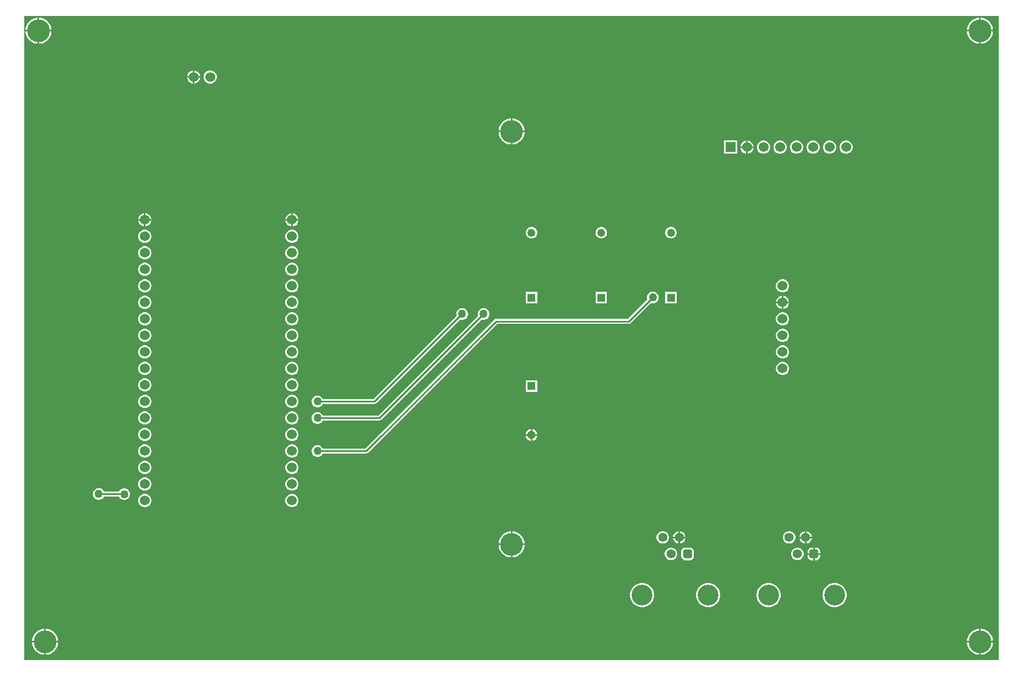
<source format=gbr>
%TF.GenerationSoftware,Altium Limited,Altium Designer,23.10.1 (27)*%
G04 Layer_Physical_Order=2*
G04 Layer_Color=16711680*
%FSLAX45Y45*%
%MOMM*%
%TF.SameCoordinates,F6A67EC3-CF4D-4AC4-9858-863E4A550454*%
%TF.FilePolarity,Positive*%
%TF.FileFunction,Copper,L2,Bot,Signal*%
%TF.Part,Single*%
G01*
G75*
%TA.AperFunction,Conductor*%
%ADD10C,0.25400*%
%TA.AperFunction,ViaPad*%
%ADD12C,3.50000*%
%TA.AperFunction,ComponentPad*%
%ADD13C,1.52400*%
G04:AMPARAMS|DCode=14|XSize=1.4mm|YSize=1.4mm|CornerRadius=0.35mm|HoleSize=0mm|Usage=FLASHONLY|Rotation=180.000|XOffset=0mm|YOffset=0mm|HoleType=Round|Shape=RoundedRectangle|*
%AMROUNDEDRECTD14*
21,1,1.40000,0.70000,0,0,180.0*
21,1,0.70000,1.40000,0,0,180.0*
1,1,0.70000,-0.35000,0.35000*
1,1,0.70000,0.35000,0.35000*
1,1,0.70000,0.35000,-0.35000*
1,1,0.70000,-0.35000,-0.35000*
%
%ADD14ROUNDEDRECTD14*%
%ADD15C,1.40000*%
%ADD16C,3.20000*%
%ADD17R,1.52400X1.52400*%
%ADD18C,1.25000*%
%ADD19R,1.25000X1.25000*%
%ADD20C,1.30000*%
%ADD21R,1.30000X1.30000*%
%TA.AperFunction,ViaPad*%
%ADD22C,1.27000*%
G36*
X15113000Y127000D02*
X127000D01*
Y10033000D01*
X15113000D01*
Y127000D01*
D02*
G37*
%LPC*%
G36*
X14840639Y10004800D02*
X14833600D01*
Y9817100D01*
X15021300D01*
Y9824138D01*
X15013599Y9862855D01*
X14998492Y9899325D01*
X14976561Y9932148D01*
X14948648Y9960061D01*
X14915825Y9981992D01*
X14879355Y9997099D01*
X14840639Y10004800D01*
D02*
G37*
G36*
X14808200D02*
X14801163D01*
X14762445Y9997099D01*
X14725975Y9981992D01*
X14693152Y9960061D01*
X14665239Y9932148D01*
X14643307Y9899325D01*
X14628201Y9862855D01*
X14620500Y9824138D01*
Y9817100D01*
X14808200D01*
Y10004800D01*
D02*
G37*
G36*
X362638D02*
X355600D01*
Y9817100D01*
X543300D01*
Y9824138D01*
X535599Y9862855D01*
X520492Y9899325D01*
X498561Y9932148D01*
X470648Y9960061D01*
X437825Y9981992D01*
X401355Y9997099D01*
X362638Y10004800D01*
D02*
G37*
G36*
X330200D02*
X323162D01*
X284445Y9997099D01*
X247975Y9981992D01*
X215152Y9960061D01*
X187239Y9932148D01*
X165308Y9899325D01*
X150201Y9862855D01*
X142500Y9824138D01*
Y9817100D01*
X330200D01*
Y10004800D01*
D02*
G37*
G36*
X15021300Y9791700D02*
X14833600D01*
Y9604000D01*
X14840639D01*
X14879355Y9611701D01*
X14915825Y9626808D01*
X14948648Y9648739D01*
X14976561Y9676652D01*
X14998492Y9709475D01*
X15013599Y9745945D01*
X15021300Y9784662D01*
Y9791700D01*
D02*
G37*
G36*
X14808200D02*
X14620500D01*
Y9784662D01*
X14628201Y9745945D01*
X14643307Y9709475D01*
X14665239Y9676652D01*
X14693152Y9648739D01*
X14725975Y9626808D01*
X14762445Y9611701D01*
X14801163Y9604000D01*
X14808200D01*
Y9791700D01*
D02*
G37*
G36*
X543300D02*
X355600D01*
Y9604000D01*
X362638D01*
X401355Y9611701D01*
X437825Y9626808D01*
X470648Y9648739D01*
X498561Y9676652D01*
X520492Y9709475D01*
X535599Y9745945D01*
X543300Y9784662D01*
Y9791700D01*
D02*
G37*
G36*
X330200D02*
X142500D01*
Y9784662D01*
X150201Y9745945D01*
X165308Y9709475D01*
X187239Y9676652D01*
X215152Y9648739D01*
X247975Y9626808D01*
X284445Y9611701D01*
X323162Y9604000D01*
X330200D01*
Y9791700D01*
D02*
G37*
G36*
X2743876Y9194800D02*
X2743200D01*
Y9105900D01*
X2832100D01*
Y9106576D01*
X2825176Y9132416D01*
X2811800Y9155584D01*
X2792884Y9174500D01*
X2769716Y9187876D01*
X2743876Y9194800D01*
D02*
G37*
G36*
X2717800D02*
X2717124D01*
X2691284Y9187876D01*
X2668116Y9174500D01*
X2649200Y9155584D01*
X2635824Y9132416D01*
X2628900Y9106576D01*
Y9105900D01*
X2717800D01*
Y9194800D01*
D02*
G37*
G36*
X2997876D02*
X2971124D01*
X2945284Y9187876D01*
X2922116Y9174500D01*
X2903200Y9155584D01*
X2889824Y9132416D01*
X2882900Y9106576D01*
Y9079824D01*
X2889824Y9053984D01*
X2903200Y9030816D01*
X2922116Y9011900D01*
X2945284Y8998524D01*
X2971124Y8991600D01*
X2997876D01*
X3023716Y8998524D01*
X3046884Y9011900D01*
X3065800Y9030816D01*
X3079176Y9053984D01*
X3086100Y9079824D01*
Y9106576D01*
X3079176Y9132416D01*
X3065800Y9155584D01*
X3046884Y9174500D01*
X3023716Y9187876D01*
X2997876Y9194800D01*
D02*
G37*
G36*
X2832100Y9080500D02*
X2743200D01*
Y8991600D01*
X2743876D01*
X2769716Y8998524D01*
X2792884Y9011900D01*
X2811800Y9030816D01*
X2825176Y9053984D01*
X2832100Y9079824D01*
Y9080500D01*
D02*
G37*
G36*
X2717800D02*
X2628900D01*
Y9079824D01*
X2635824Y9053984D01*
X2649200Y9030816D01*
X2668116Y9011900D01*
X2691284Y8998524D01*
X2717124Y8991600D01*
X2717800D01*
Y9080500D01*
D02*
G37*
G36*
X7639738Y8455400D02*
X7632700D01*
Y8267700D01*
X7820400D01*
Y8274738D01*
X7812699Y8313455D01*
X7797592Y8349925D01*
X7775661Y8382748D01*
X7747748Y8410661D01*
X7714925Y8432592D01*
X7678455Y8447699D01*
X7639738Y8455400D01*
D02*
G37*
G36*
X7607300D02*
X7600262D01*
X7561545Y8447699D01*
X7525075Y8432592D01*
X7492252Y8410661D01*
X7464339Y8382748D01*
X7442408Y8349925D01*
X7427301Y8313455D01*
X7419600Y8274738D01*
Y8267700D01*
X7607300D01*
Y8455400D01*
D02*
G37*
G36*
X7820400Y8242300D02*
X7632700D01*
Y8054600D01*
X7639738D01*
X7678455Y8062301D01*
X7714925Y8077408D01*
X7747748Y8099339D01*
X7775661Y8127252D01*
X7797592Y8160075D01*
X7812699Y8196545D01*
X7820400Y8235262D01*
Y8242300D01*
D02*
G37*
G36*
X7607300D02*
X7419600D01*
Y8235262D01*
X7427301Y8196545D01*
X7442408Y8160075D01*
X7464339Y8127252D01*
X7492252Y8099339D01*
X7525075Y8077408D01*
X7561545Y8062301D01*
X7600262Y8054600D01*
X7607300D01*
Y8242300D01*
D02*
G37*
G36*
X11252876Y8115300D02*
X11252200D01*
Y8026400D01*
X11341100D01*
Y8027076D01*
X11334176Y8052916D01*
X11320800Y8076084D01*
X11301884Y8095000D01*
X11278716Y8108376D01*
X11252876Y8115300D01*
D02*
G37*
G36*
X11226800D02*
X11226124D01*
X11200284Y8108376D01*
X11177116Y8095000D01*
X11158200Y8076084D01*
X11144824Y8052916D01*
X11137900Y8027076D01*
Y8026400D01*
X11226800D01*
Y8115300D01*
D02*
G37*
G36*
X12776876D02*
X12750124D01*
X12724284Y8108376D01*
X12701116Y8095000D01*
X12682200Y8076084D01*
X12668824Y8052916D01*
X12661900Y8027076D01*
Y8000324D01*
X12668824Y7974484D01*
X12682200Y7951316D01*
X12701116Y7932400D01*
X12724284Y7919024D01*
X12750124Y7912100D01*
X12776876D01*
X12802716Y7919024D01*
X12825883Y7932400D01*
X12844800Y7951316D01*
X12858176Y7974484D01*
X12865100Y8000324D01*
Y8027076D01*
X12858176Y8052916D01*
X12844800Y8076084D01*
X12825883Y8095000D01*
X12802716Y8108376D01*
X12776876Y8115300D01*
D02*
G37*
G36*
X12522876D02*
X12496124D01*
X12470284Y8108376D01*
X12447116Y8095000D01*
X12428200Y8076084D01*
X12414824Y8052916D01*
X12407900Y8027076D01*
Y8000324D01*
X12414824Y7974484D01*
X12428200Y7951316D01*
X12447116Y7932400D01*
X12470284Y7919024D01*
X12496124Y7912100D01*
X12522876D01*
X12548716Y7919024D01*
X12571884Y7932400D01*
X12590800Y7951316D01*
X12604176Y7974484D01*
X12611100Y8000324D01*
Y8027076D01*
X12604176Y8052916D01*
X12590800Y8076084D01*
X12571884Y8095000D01*
X12548716Y8108376D01*
X12522876Y8115300D01*
D02*
G37*
G36*
X12268876D02*
X12242124D01*
X12216284Y8108376D01*
X12193116Y8095000D01*
X12174200Y8076084D01*
X12160824Y8052916D01*
X12153900Y8027076D01*
Y8000324D01*
X12160824Y7974484D01*
X12174200Y7951316D01*
X12193116Y7932400D01*
X12216284Y7919024D01*
X12242124Y7912100D01*
X12268876D01*
X12294716Y7919024D01*
X12317884Y7932400D01*
X12336800Y7951316D01*
X12350176Y7974484D01*
X12357100Y8000324D01*
Y8027076D01*
X12350176Y8052916D01*
X12336800Y8076084D01*
X12317884Y8095000D01*
X12294716Y8108376D01*
X12268876Y8115300D01*
D02*
G37*
G36*
X12014876D02*
X11988124D01*
X11962284Y8108376D01*
X11939116Y8095000D01*
X11920200Y8076084D01*
X11906824Y8052916D01*
X11899900Y8027076D01*
Y8000324D01*
X11906824Y7974484D01*
X11920200Y7951316D01*
X11939116Y7932400D01*
X11962284Y7919024D01*
X11988124Y7912100D01*
X12014876D01*
X12040716Y7919024D01*
X12063884Y7932400D01*
X12082800Y7951316D01*
X12096176Y7974484D01*
X12103100Y8000324D01*
Y8027076D01*
X12096176Y8052916D01*
X12082800Y8076084D01*
X12063884Y8095000D01*
X12040716Y8108376D01*
X12014876Y8115300D01*
D02*
G37*
G36*
X11760876D02*
X11734124D01*
X11708284Y8108376D01*
X11685116Y8095000D01*
X11666200Y8076084D01*
X11652824Y8052916D01*
X11645900Y8027076D01*
Y8000324D01*
X11652824Y7974484D01*
X11666200Y7951316D01*
X11685116Y7932400D01*
X11708284Y7919024D01*
X11734124Y7912100D01*
X11760876D01*
X11786716Y7919024D01*
X11809884Y7932400D01*
X11828800Y7951316D01*
X11842176Y7974484D01*
X11849100Y8000324D01*
Y8027076D01*
X11842176Y8052916D01*
X11828800Y8076084D01*
X11809884Y8095000D01*
X11786716Y8108376D01*
X11760876Y8115300D01*
D02*
G37*
G36*
X11506876D02*
X11480124D01*
X11454284Y8108376D01*
X11431116Y8095000D01*
X11412200Y8076084D01*
X11398824Y8052916D01*
X11391900Y8027076D01*
Y8000324D01*
X11398824Y7974484D01*
X11412200Y7951316D01*
X11431116Y7932400D01*
X11454284Y7919024D01*
X11480124Y7912100D01*
X11506876D01*
X11532716Y7919024D01*
X11555884Y7932400D01*
X11574800Y7951316D01*
X11588176Y7974484D01*
X11595100Y8000324D01*
Y8027076D01*
X11588176Y8052916D01*
X11574800Y8076084D01*
X11555884Y8095000D01*
X11532716Y8108376D01*
X11506876Y8115300D01*
D02*
G37*
G36*
X11341100Y8001000D02*
X11252200D01*
Y7912100D01*
X11252876D01*
X11278716Y7919024D01*
X11301884Y7932400D01*
X11320800Y7951316D01*
X11334176Y7974484D01*
X11341100Y8000324D01*
Y8001000D01*
D02*
G37*
G36*
X11226800D02*
X11137900D01*
Y8000324D01*
X11144824Y7974484D01*
X11158200Y7951316D01*
X11177116Y7932400D01*
X11200284Y7919024D01*
X11226124Y7912100D01*
X11226800D01*
Y8001000D01*
D02*
G37*
G36*
X11087100Y8115300D02*
X10883900D01*
Y7912100D01*
X11087100D01*
Y8115300D01*
D02*
G37*
G36*
X4255176Y6997700D02*
X4254500D01*
Y6908800D01*
X4343400D01*
Y6909476D01*
X4336476Y6935316D01*
X4323100Y6958484D01*
X4304184Y6977400D01*
X4281016Y6990776D01*
X4255176Y6997700D01*
D02*
G37*
G36*
X1992036D02*
X1991360D01*
Y6908800D01*
X2080260D01*
Y6909476D01*
X2073336Y6935316D01*
X2059960Y6958484D01*
X2041044Y6977400D01*
X2017876Y6990776D01*
X1992036Y6997700D01*
D02*
G37*
G36*
X4229100D02*
X4228424D01*
X4202584Y6990776D01*
X4179416Y6977400D01*
X4160500Y6958484D01*
X4147124Y6935316D01*
X4140200Y6909476D01*
Y6908800D01*
X4229100D01*
Y6997700D01*
D02*
G37*
G36*
X1965960D02*
X1965284D01*
X1939444Y6990776D01*
X1916276Y6977400D01*
X1897360Y6958484D01*
X1883984Y6935316D01*
X1877060Y6909476D01*
Y6908800D01*
X1965960D01*
Y6997700D01*
D02*
G37*
G36*
X4343400Y6883400D02*
X4254500D01*
Y6794500D01*
X4255176D01*
X4281016Y6801424D01*
X4304184Y6814800D01*
X4323100Y6833716D01*
X4336476Y6856884D01*
X4343400Y6882724D01*
Y6883400D01*
D02*
G37*
G36*
X4229100D02*
X4140200D01*
Y6882724D01*
X4147124Y6856884D01*
X4160500Y6833716D01*
X4179416Y6814800D01*
X4202584Y6801424D01*
X4228424Y6794500D01*
X4229100D01*
Y6883400D01*
D02*
G37*
G36*
X2080260D02*
X1991360D01*
Y6794500D01*
X1992036D01*
X2017876Y6801424D01*
X2041044Y6814800D01*
X2059960Y6833716D01*
X2073336Y6856884D01*
X2080260Y6882724D01*
Y6883400D01*
D02*
G37*
G36*
X1965960D02*
X1877060D01*
Y6882724D01*
X1883984Y6856884D01*
X1897360Y6833716D01*
X1916276Y6814800D01*
X1939444Y6801424D01*
X1965284Y6794500D01*
X1965960D01*
Y6883400D01*
D02*
G37*
G36*
X10082672Y6785500D02*
X10059528D01*
X10037172Y6779510D01*
X10017128Y6767937D01*
X10000763Y6751572D01*
X9989190Y6731528D01*
X9983200Y6709172D01*
Y6686028D01*
X9989190Y6663672D01*
X10000763Y6643628D01*
X10017128Y6627263D01*
X10037172Y6615690D01*
X10059528Y6609700D01*
X10082672D01*
X10105028Y6615690D01*
X10125072Y6627263D01*
X10141437Y6643628D01*
X10153010Y6663672D01*
X10159000Y6686028D01*
Y6709172D01*
X10153010Y6731528D01*
X10141437Y6751572D01*
X10125072Y6767937D01*
X10105028Y6779510D01*
X10082672Y6785500D01*
D02*
G37*
G36*
X9009522D02*
X8986378D01*
X8964022Y6779510D01*
X8943978Y6767937D01*
X8927613Y6751572D01*
X8916040Y6731528D01*
X8910050Y6709172D01*
Y6686028D01*
X8916040Y6663672D01*
X8927613Y6643628D01*
X8943978Y6627263D01*
X8964022Y6615690D01*
X8986378Y6609700D01*
X9009522D01*
X9031878Y6615690D01*
X9051922Y6627263D01*
X9068287Y6643628D01*
X9079860Y6663672D01*
X9085850Y6686028D01*
Y6709172D01*
X9079860Y6731528D01*
X9068287Y6751572D01*
X9051922Y6767937D01*
X9031878Y6779510D01*
X9009522Y6785500D01*
D02*
G37*
G36*
X7936372D02*
X7913228D01*
X7890872Y6779510D01*
X7870828Y6767937D01*
X7854463Y6751572D01*
X7842890Y6731528D01*
X7836900Y6709172D01*
Y6686028D01*
X7842890Y6663672D01*
X7854463Y6643628D01*
X7870828Y6627263D01*
X7890872Y6615690D01*
X7913228Y6609700D01*
X7936372D01*
X7958728Y6615690D01*
X7978772Y6627263D01*
X7995137Y6643628D01*
X8006710Y6663672D01*
X8012700Y6686028D01*
Y6709172D01*
X8006710Y6731528D01*
X7995137Y6751572D01*
X7978772Y6767937D01*
X7958728Y6779510D01*
X7936372Y6785500D01*
D02*
G37*
G36*
X4255176Y6743700D02*
X4228424D01*
X4202584Y6736776D01*
X4179416Y6723400D01*
X4160500Y6704484D01*
X4147124Y6681316D01*
X4140200Y6655476D01*
Y6628724D01*
X4147124Y6602884D01*
X4160500Y6579716D01*
X4179416Y6560800D01*
X4202584Y6547424D01*
X4228424Y6540500D01*
X4255176D01*
X4281016Y6547424D01*
X4304184Y6560800D01*
X4323100Y6579716D01*
X4336476Y6602884D01*
X4343400Y6628724D01*
Y6655476D01*
X4336476Y6681316D01*
X4323100Y6704484D01*
X4304184Y6723400D01*
X4281016Y6736776D01*
X4255176Y6743700D01*
D02*
G37*
G36*
X1992036D02*
X1965284D01*
X1939444Y6736776D01*
X1916276Y6723400D01*
X1897360Y6704484D01*
X1883984Y6681316D01*
X1877060Y6655476D01*
Y6628724D01*
X1883984Y6602884D01*
X1897360Y6579716D01*
X1916276Y6560800D01*
X1939444Y6547424D01*
X1965284Y6540500D01*
X1992036D01*
X2017876Y6547424D01*
X2041044Y6560800D01*
X2059960Y6579716D01*
X2073336Y6602884D01*
X2080260Y6628724D01*
Y6655476D01*
X2073336Y6681316D01*
X2059960Y6704484D01*
X2041044Y6723400D01*
X2017876Y6736776D01*
X1992036Y6743700D01*
D02*
G37*
G36*
X4255176Y6489700D02*
X4228424D01*
X4202584Y6482776D01*
X4179416Y6469400D01*
X4160500Y6450484D01*
X4147124Y6427316D01*
X4140200Y6401476D01*
Y6374724D01*
X4147124Y6348884D01*
X4160500Y6325716D01*
X4179416Y6306800D01*
X4202584Y6293424D01*
X4228424Y6286500D01*
X4255176D01*
X4281016Y6293424D01*
X4304184Y6306800D01*
X4323100Y6325716D01*
X4336476Y6348884D01*
X4343400Y6374724D01*
Y6401476D01*
X4336476Y6427316D01*
X4323100Y6450484D01*
X4304184Y6469400D01*
X4281016Y6482776D01*
X4255176Y6489700D01*
D02*
G37*
G36*
X1992036D02*
X1965284D01*
X1939444Y6482776D01*
X1916276Y6469400D01*
X1897360Y6450484D01*
X1883984Y6427316D01*
X1877060Y6401476D01*
Y6374724D01*
X1883984Y6348884D01*
X1897360Y6325716D01*
X1916276Y6306800D01*
X1939444Y6293424D01*
X1965284Y6286500D01*
X1992036D01*
X2017876Y6293424D01*
X2041044Y6306800D01*
X2059960Y6325716D01*
X2073336Y6348884D01*
X2080260Y6374724D01*
Y6401476D01*
X2073336Y6427316D01*
X2059960Y6450484D01*
X2041044Y6469400D01*
X2017876Y6482776D01*
X1992036Y6489700D01*
D02*
G37*
G36*
X4255176Y6235700D02*
X4228424D01*
X4202584Y6228776D01*
X4179416Y6215400D01*
X4160500Y6196484D01*
X4147124Y6173316D01*
X4140200Y6147476D01*
Y6120724D01*
X4147124Y6094884D01*
X4160500Y6071716D01*
X4179416Y6052800D01*
X4202584Y6039424D01*
X4228424Y6032500D01*
X4255176D01*
X4281016Y6039424D01*
X4304184Y6052800D01*
X4323100Y6071716D01*
X4336476Y6094884D01*
X4343400Y6120724D01*
Y6147476D01*
X4336476Y6173316D01*
X4323100Y6196484D01*
X4304184Y6215400D01*
X4281016Y6228776D01*
X4255176Y6235700D01*
D02*
G37*
G36*
X1992036D02*
X1965284D01*
X1939444Y6228776D01*
X1916276Y6215400D01*
X1897360Y6196484D01*
X1883984Y6173316D01*
X1877060Y6147476D01*
Y6120724D01*
X1883984Y6094884D01*
X1897360Y6071716D01*
X1916276Y6052800D01*
X1939444Y6039424D01*
X1965284Y6032500D01*
X1992036D01*
X2017876Y6039424D01*
X2041044Y6052800D01*
X2059960Y6071716D01*
X2073336Y6094884D01*
X2080260Y6120724D01*
Y6147476D01*
X2073336Y6173316D01*
X2059960Y6196484D01*
X2041044Y6215400D01*
X2017876Y6228776D01*
X1992036Y6235700D01*
D02*
G37*
G36*
X11798976Y5981700D02*
X11772224D01*
X11746384Y5974776D01*
X11723216Y5961400D01*
X11704300Y5942484D01*
X11690924Y5919316D01*
X11684000Y5893476D01*
Y5866724D01*
X11690924Y5840884D01*
X11704300Y5817716D01*
X11723216Y5798800D01*
X11746384Y5785424D01*
X11772224Y5778500D01*
X11798976D01*
X11824816Y5785424D01*
X11847984Y5798800D01*
X11866900Y5817716D01*
X11880276Y5840884D01*
X11887200Y5866724D01*
Y5893476D01*
X11880276Y5919316D01*
X11866900Y5942484D01*
X11847984Y5961400D01*
X11824816Y5974776D01*
X11798976Y5981700D01*
D02*
G37*
G36*
X4255176D02*
X4228424D01*
X4202584Y5974776D01*
X4179416Y5961400D01*
X4160500Y5942484D01*
X4147124Y5919316D01*
X4140200Y5893476D01*
Y5866724D01*
X4147124Y5840884D01*
X4160500Y5817716D01*
X4179416Y5798800D01*
X4202584Y5785424D01*
X4228424Y5778500D01*
X4255176D01*
X4281016Y5785424D01*
X4304184Y5798800D01*
X4323100Y5817716D01*
X4336476Y5840884D01*
X4343400Y5866724D01*
Y5893476D01*
X4336476Y5919316D01*
X4323100Y5942484D01*
X4304184Y5961400D01*
X4281016Y5974776D01*
X4255176Y5981700D01*
D02*
G37*
G36*
X1992036D02*
X1965284D01*
X1939444Y5974776D01*
X1916276Y5961400D01*
X1897360Y5942484D01*
X1883984Y5919316D01*
X1877060Y5893476D01*
Y5866724D01*
X1883984Y5840884D01*
X1897360Y5817716D01*
X1916276Y5798800D01*
X1939444Y5785424D01*
X1965284Y5778500D01*
X1992036D01*
X2017876Y5785424D01*
X2041044Y5798800D01*
X2059960Y5817716D01*
X2073336Y5840884D01*
X2080260Y5866724D01*
Y5893476D01*
X2073336Y5919316D01*
X2059960Y5942484D01*
X2041044Y5961400D01*
X2017876Y5974776D01*
X1992036Y5981700D01*
D02*
G37*
G36*
X11798976Y5727700D02*
X11798300D01*
Y5638800D01*
X11887200D01*
Y5639476D01*
X11880276Y5665316D01*
X11866900Y5688484D01*
X11847984Y5707400D01*
X11824816Y5720776D01*
X11798976Y5727700D01*
D02*
G37*
G36*
X11772900D02*
X11772224D01*
X11746384Y5720776D01*
X11723216Y5707400D01*
X11704300Y5688484D01*
X11690924Y5665316D01*
X11684000Y5639476D01*
Y5638800D01*
X11772900D01*
Y5727700D01*
D02*
G37*
G36*
X9803404Y5791200D02*
X9779996D01*
X9757386Y5785142D01*
X9737114Y5773438D01*
X9720562Y5756886D01*
X9708858Y5736614D01*
X9702800Y5714004D01*
Y5690596D01*
X9707504Y5673041D01*
X9407309Y5372847D01*
X7378700D01*
X7366300Y5370380D01*
X7363834Y5369889D01*
X7351231Y5361469D01*
X5368709Y3378947D01*
X4715725D01*
X4706638Y3394686D01*
X4690086Y3411238D01*
X4669814Y3422942D01*
X4647204Y3429000D01*
X4623796D01*
X4601186Y3422942D01*
X4580914Y3411238D01*
X4564362Y3394686D01*
X4552658Y3374414D01*
X4546600Y3351804D01*
Y3328396D01*
X4552658Y3305786D01*
X4564362Y3285514D01*
X4580914Y3268962D01*
X4601186Y3257258D01*
X4623796Y3251200D01*
X4647204D01*
X4669814Y3257258D01*
X4690086Y3268962D01*
X4706638Y3285514D01*
X4715725Y3301253D01*
X5384800D01*
X5399666Y3304211D01*
X5412269Y3312631D01*
X7394791Y5295153D01*
X9423400D01*
X9438266Y5298111D01*
X9450869Y5306531D01*
X9762441Y5618104D01*
X9779996Y5613400D01*
X9803404D01*
X9826014Y5619458D01*
X9846286Y5631162D01*
X9862838Y5647714D01*
X9874542Y5667986D01*
X9880600Y5690596D01*
Y5714004D01*
X9874542Y5736614D01*
X9862838Y5756886D01*
X9846286Y5773438D01*
X9826014Y5785142D01*
X9803404Y5791200D01*
D02*
G37*
G36*
X10159000Y5785500D02*
X9983200D01*
Y5609700D01*
X10159000D01*
Y5785500D01*
D02*
G37*
G36*
X9085850D02*
X8910050D01*
Y5609700D01*
X9085850D01*
Y5785500D01*
D02*
G37*
G36*
X8012700D02*
X7836900D01*
Y5609700D01*
X8012700D01*
Y5785500D01*
D02*
G37*
G36*
X11887200Y5613400D02*
X11798300D01*
Y5524500D01*
X11798976D01*
X11824816Y5531424D01*
X11847984Y5544800D01*
X11866900Y5563716D01*
X11880276Y5586884D01*
X11887200Y5612724D01*
Y5613400D01*
D02*
G37*
G36*
X11772900D02*
X11684000D01*
Y5612724D01*
X11690924Y5586884D01*
X11704300Y5563716D01*
X11723216Y5544800D01*
X11746384Y5531424D01*
X11772224Y5524500D01*
X11772900D01*
Y5613400D01*
D02*
G37*
G36*
X4255176Y5727700D02*
X4228424D01*
X4202584Y5720776D01*
X4179416Y5707400D01*
X4160500Y5688484D01*
X4147124Y5665316D01*
X4140200Y5639476D01*
Y5612724D01*
X4147124Y5586884D01*
X4160500Y5563716D01*
X4179416Y5544800D01*
X4202584Y5531424D01*
X4228424Y5524500D01*
X4255176D01*
X4281016Y5531424D01*
X4304184Y5544800D01*
X4323100Y5563716D01*
X4336476Y5586884D01*
X4343400Y5612724D01*
Y5639476D01*
X4336476Y5665316D01*
X4323100Y5688484D01*
X4304184Y5707400D01*
X4281016Y5720776D01*
X4255176Y5727700D01*
D02*
G37*
G36*
X1992036D02*
X1965284D01*
X1939444Y5720776D01*
X1916276Y5707400D01*
X1897360Y5688484D01*
X1883984Y5665316D01*
X1877060Y5639476D01*
Y5612724D01*
X1883984Y5586884D01*
X1897360Y5563716D01*
X1916276Y5544800D01*
X1939444Y5531424D01*
X1965284Y5524500D01*
X1992036D01*
X2017876Y5531424D01*
X2041044Y5544800D01*
X2059960Y5563716D01*
X2073336Y5586884D01*
X2080260Y5612724D01*
Y5639476D01*
X2073336Y5665316D01*
X2059960Y5688484D01*
X2041044Y5707400D01*
X2017876Y5720776D01*
X1992036Y5727700D01*
D02*
G37*
G36*
X7199904Y5537200D02*
X7176496D01*
X7153886Y5531142D01*
X7133614Y5519438D01*
X7117062Y5502886D01*
X7105358Y5482614D01*
X7099300Y5460004D01*
Y5436596D01*
X7104004Y5419041D01*
X5571909Y3886947D01*
X4715725D01*
X4706638Y3902686D01*
X4690086Y3919238D01*
X4669814Y3930942D01*
X4647204Y3937000D01*
X4623796D01*
X4601186Y3930942D01*
X4580914Y3919238D01*
X4564362Y3902686D01*
X4552658Y3882414D01*
X4546600Y3859804D01*
Y3836396D01*
X4552658Y3813786D01*
X4564362Y3793514D01*
X4580914Y3776962D01*
X4601186Y3765258D01*
X4623796Y3759200D01*
X4647204D01*
X4669814Y3765258D01*
X4690086Y3776962D01*
X4706638Y3793514D01*
X4715725Y3809253D01*
X5588000D01*
X5602866Y3812211D01*
X5615469Y3820631D01*
X7158941Y5364104D01*
X7176496Y5359400D01*
X7199904D01*
X7222514Y5365458D01*
X7242786Y5377162D01*
X7259338Y5393714D01*
X7271042Y5413986D01*
X7277100Y5436596D01*
Y5460004D01*
X7271042Y5482614D01*
X7259338Y5502886D01*
X7242786Y5519438D01*
X7222514Y5531142D01*
X7199904Y5537200D01*
D02*
G37*
G36*
X6869704D02*
X6846296D01*
X6823686Y5531142D01*
X6803414Y5519438D01*
X6786862Y5502886D01*
X6775158Y5482614D01*
X6769100Y5460004D01*
Y5436596D01*
X6773804Y5419041D01*
X5495709Y4140947D01*
X4715725D01*
X4706638Y4156686D01*
X4690086Y4173238D01*
X4669814Y4184942D01*
X4647204Y4191000D01*
X4623796D01*
X4601186Y4184942D01*
X4580914Y4173238D01*
X4564362Y4156686D01*
X4552658Y4136414D01*
X4546600Y4113804D01*
Y4090396D01*
X4552658Y4067786D01*
X4564362Y4047514D01*
X4580914Y4030962D01*
X4601186Y4019258D01*
X4623796Y4013200D01*
X4647204D01*
X4669814Y4019258D01*
X4690086Y4030962D01*
X4706638Y4047514D01*
X4715725Y4063253D01*
X5511800D01*
X5526666Y4066211D01*
X5539269Y4074631D01*
X6828741Y5364104D01*
X6846296Y5359400D01*
X6869704D01*
X6892314Y5365458D01*
X6912586Y5377162D01*
X6929138Y5393714D01*
X6940842Y5413986D01*
X6946900Y5436596D01*
Y5460004D01*
X6940842Y5482614D01*
X6929138Y5502886D01*
X6912586Y5519438D01*
X6892314Y5531142D01*
X6869704Y5537200D01*
D02*
G37*
G36*
X11798976Y5473700D02*
X11772224D01*
X11746384Y5466776D01*
X11723216Y5453400D01*
X11704300Y5434484D01*
X11690924Y5411316D01*
X11684000Y5385476D01*
Y5358724D01*
X11690924Y5332884D01*
X11704300Y5309716D01*
X11723216Y5290800D01*
X11746384Y5277424D01*
X11772224Y5270500D01*
X11798976D01*
X11824816Y5277424D01*
X11847984Y5290800D01*
X11866900Y5309716D01*
X11880276Y5332884D01*
X11887200Y5358724D01*
Y5385476D01*
X11880276Y5411316D01*
X11866900Y5434484D01*
X11847984Y5453400D01*
X11824816Y5466776D01*
X11798976Y5473700D01*
D02*
G37*
G36*
X4255176D02*
X4228424D01*
X4202584Y5466776D01*
X4179416Y5453400D01*
X4160500Y5434484D01*
X4147124Y5411316D01*
X4140200Y5385476D01*
Y5358724D01*
X4147124Y5332884D01*
X4160500Y5309716D01*
X4179416Y5290800D01*
X4202584Y5277424D01*
X4228424Y5270500D01*
X4255176D01*
X4281016Y5277424D01*
X4304184Y5290800D01*
X4323100Y5309716D01*
X4336476Y5332884D01*
X4343400Y5358724D01*
Y5385476D01*
X4336476Y5411316D01*
X4323100Y5434484D01*
X4304184Y5453400D01*
X4281016Y5466776D01*
X4255176Y5473700D01*
D02*
G37*
G36*
X1992036D02*
X1965284D01*
X1939444Y5466776D01*
X1916276Y5453400D01*
X1897360Y5434484D01*
X1883984Y5411316D01*
X1877060Y5385476D01*
Y5358724D01*
X1883984Y5332884D01*
X1897360Y5309716D01*
X1916276Y5290800D01*
X1939444Y5277424D01*
X1965284Y5270500D01*
X1992036D01*
X2017876Y5277424D01*
X2041044Y5290800D01*
X2059960Y5309716D01*
X2073336Y5332884D01*
X2080260Y5358724D01*
Y5385476D01*
X2073336Y5411316D01*
X2059960Y5434484D01*
X2041044Y5453400D01*
X2017876Y5466776D01*
X1992036Y5473700D01*
D02*
G37*
G36*
X11798976Y5219700D02*
X11772224D01*
X11746384Y5212776D01*
X11723216Y5199400D01*
X11704300Y5180484D01*
X11690924Y5157316D01*
X11684000Y5131476D01*
Y5104724D01*
X11690924Y5078884D01*
X11704300Y5055716D01*
X11723216Y5036800D01*
X11746384Y5023424D01*
X11772224Y5016500D01*
X11798976D01*
X11824816Y5023424D01*
X11847984Y5036800D01*
X11866900Y5055716D01*
X11880276Y5078884D01*
X11887200Y5104724D01*
Y5131476D01*
X11880276Y5157316D01*
X11866900Y5180484D01*
X11847984Y5199400D01*
X11824816Y5212776D01*
X11798976Y5219700D01*
D02*
G37*
G36*
X4255176D02*
X4228424D01*
X4202584Y5212776D01*
X4179416Y5199400D01*
X4160500Y5180484D01*
X4147124Y5157316D01*
X4140200Y5131476D01*
Y5104724D01*
X4147124Y5078884D01*
X4160500Y5055716D01*
X4179416Y5036800D01*
X4202584Y5023424D01*
X4228424Y5016500D01*
X4255176D01*
X4281016Y5023424D01*
X4304184Y5036800D01*
X4323100Y5055716D01*
X4336476Y5078884D01*
X4343400Y5104724D01*
Y5131476D01*
X4336476Y5157316D01*
X4323100Y5180484D01*
X4304184Y5199400D01*
X4281016Y5212776D01*
X4255176Y5219700D01*
D02*
G37*
G36*
X1992036D02*
X1965284D01*
X1939444Y5212776D01*
X1916276Y5199400D01*
X1897360Y5180484D01*
X1883984Y5157316D01*
X1877060Y5131476D01*
Y5104724D01*
X1883984Y5078884D01*
X1897360Y5055716D01*
X1916276Y5036800D01*
X1939444Y5023424D01*
X1965284Y5016500D01*
X1992036D01*
X2017876Y5023424D01*
X2041044Y5036800D01*
X2059960Y5055716D01*
X2073336Y5078884D01*
X2080260Y5104724D01*
Y5131476D01*
X2073336Y5157316D01*
X2059960Y5180484D01*
X2041044Y5199400D01*
X2017876Y5212776D01*
X1992036Y5219700D01*
D02*
G37*
G36*
X11798976Y4965700D02*
X11772224D01*
X11746384Y4958776D01*
X11723216Y4945400D01*
X11704300Y4926484D01*
X11690924Y4903316D01*
X11684000Y4877476D01*
Y4850724D01*
X11690924Y4824884D01*
X11704300Y4801716D01*
X11723216Y4782800D01*
X11746384Y4769424D01*
X11772224Y4762500D01*
X11798976D01*
X11824816Y4769424D01*
X11847984Y4782800D01*
X11866900Y4801716D01*
X11880276Y4824884D01*
X11887200Y4850724D01*
Y4877476D01*
X11880276Y4903316D01*
X11866900Y4926484D01*
X11847984Y4945400D01*
X11824816Y4958776D01*
X11798976Y4965700D01*
D02*
G37*
G36*
X4255176D02*
X4228424D01*
X4202584Y4958776D01*
X4179416Y4945400D01*
X4160500Y4926484D01*
X4147124Y4903316D01*
X4140200Y4877476D01*
Y4850724D01*
X4147124Y4824884D01*
X4160500Y4801716D01*
X4179416Y4782800D01*
X4202584Y4769424D01*
X4228424Y4762500D01*
X4255176D01*
X4281016Y4769424D01*
X4304184Y4782800D01*
X4323100Y4801716D01*
X4336476Y4824884D01*
X4343400Y4850724D01*
Y4877476D01*
X4336476Y4903316D01*
X4323100Y4926484D01*
X4304184Y4945400D01*
X4281016Y4958776D01*
X4255176Y4965700D01*
D02*
G37*
G36*
X1992036D02*
X1965284D01*
X1939444Y4958776D01*
X1916276Y4945400D01*
X1897360Y4926484D01*
X1883984Y4903316D01*
X1877060Y4877476D01*
Y4850724D01*
X1883984Y4824884D01*
X1897360Y4801716D01*
X1916276Y4782800D01*
X1939444Y4769424D01*
X1965284Y4762500D01*
X1992036D01*
X2017876Y4769424D01*
X2041044Y4782800D01*
X2059960Y4801716D01*
X2073336Y4824884D01*
X2080260Y4850724D01*
Y4877476D01*
X2073336Y4903316D01*
X2059960Y4926484D01*
X2041044Y4945400D01*
X2017876Y4958776D01*
X1992036Y4965700D01*
D02*
G37*
G36*
X11798976Y4711700D02*
X11772224D01*
X11746384Y4704776D01*
X11723216Y4691400D01*
X11704300Y4672484D01*
X11690924Y4649316D01*
X11684000Y4623476D01*
Y4596724D01*
X11690924Y4570884D01*
X11704300Y4547716D01*
X11723216Y4528800D01*
X11746384Y4515424D01*
X11772224Y4508500D01*
X11798976D01*
X11824816Y4515424D01*
X11847984Y4528800D01*
X11866900Y4547716D01*
X11880276Y4570884D01*
X11887200Y4596724D01*
Y4623476D01*
X11880276Y4649316D01*
X11866900Y4672484D01*
X11847984Y4691400D01*
X11824816Y4704776D01*
X11798976Y4711700D01*
D02*
G37*
G36*
X4255176D02*
X4228424D01*
X4202584Y4704776D01*
X4179416Y4691400D01*
X4160500Y4672484D01*
X4147124Y4649316D01*
X4140200Y4623476D01*
Y4596724D01*
X4147124Y4570884D01*
X4160500Y4547716D01*
X4179416Y4528800D01*
X4202584Y4515424D01*
X4228424Y4508500D01*
X4255176D01*
X4281016Y4515424D01*
X4304184Y4528800D01*
X4323100Y4547716D01*
X4336476Y4570884D01*
X4343400Y4596724D01*
Y4623476D01*
X4336476Y4649316D01*
X4323100Y4672484D01*
X4304184Y4691400D01*
X4281016Y4704776D01*
X4255176Y4711700D01*
D02*
G37*
G36*
X1992036D02*
X1965284D01*
X1939444Y4704776D01*
X1916276Y4691400D01*
X1897360Y4672484D01*
X1883984Y4649316D01*
X1877060Y4623476D01*
Y4596724D01*
X1883984Y4570884D01*
X1897360Y4547716D01*
X1916276Y4528800D01*
X1939444Y4515424D01*
X1965284Y4508500D01*
X1992036D01*
X2017876Y4515424D01*
X2041044Y4528800D01*
X2059960Y4547716D01*
X2073336Y4570884D01*
X2080260Y4596724D01*
Y4623476D01*
X2073336Y4649316D01*
X2059960Y4672484D01*
X2041044Y4691400D01*
X2017876Y4704776D01*
X1992036Y4711700D01*
D02*
G37*
G36*
X4255176Y4457700D02*
X4228424D01*
X4202584Y4450776D01*
X4179416Y4437400D01*
X4160500Y4418484D01*
X4147124Y4395316D01*
X4140200Y4369476D01*
Y4342724D01*
X4147124Y4316884D01*
X4160500Y4293716D01*
X4179416Y4274800D01*
X4202584Y4261424D01*
X4228424Y4254500D01*
X4255176D01*
X4281016Y4261424D01*
X4304184Y4274800D01*
X4323100Y4293716D01*
X4336476Y4316884D01*
X4343400Y4342724D01*
Y4369476D01*
X4336476Y4395316D01*
X4323100Y4418484D01*
X4304184Y4437400D01*
X4281016Y4450776D01*
X4255176Y4457700D01*
D02*
G37*
G36*
X1992036D02*
X1965284D01*
X1939444Y4450776D01*
X1916276Y4437400D01*
X1897360Y4418484D01*
X1883984Y4395316D01*
X1877060Y4369476D01*
Y4342724D01*
X1883984Y4316884D01*
X1897360Y4293716D01*
X1916276Y4274800D01*
X1939444Y4261424D01*
X1965284Y4254500D01*
X1992036D01*
X2017876Y4261424D01*
X2041044Y4274800D01*
X2059960Y4293716D01*
X2073336Y4316884D01*
X2080260Y4342724D01*
Y4369476D01*
X2073336Y4395316D01*
X2059960Y4418484D01*
X2041044Y4437400D01*
X2017876Y4450776D01*
X1992036Y4457700D01*
D02*
G37*
G36*
X8015200Y4427800D02*
X7834400D01*
Y4247000D01*
X8015200D01*
Y4427800D01*
D02*
G37*
G36*
X4255176Y4203700D02*
X4228424D01*
X4202584Y4196776D01*
X4179416Y4183400D01*
X4160500Y4164484D01*
X4147124Y4141316D01*
X4140200Y4115476D01*
Y4088724D01*
X4147124Y4062884D01*
X4160500Y4039716D01*
X4179416Y4020800D01*
X4202584Y4007424D01*
X4228424Y4000500D01*
X4255176D01*
X4281016Y4007424D01*
X4304184Y4020800D01*
X4323100Y4039716D01*
X4336476Y4062884D01*
X4343400Y4088724D01*
Y4115476D01*
X4336476Y4141316D01*
X4323100Y4164484D01*
X4304184Y4183400D01*
X4281016Y4196776D01*
X4255176Y4203700D01*
D02*
G37*
G36*
X1992036D02*
X1965284D01*
X1939444Y4196776D01*
X1916276Y4183400D01*
X1897360Y4164484D01*
X1883984Y4141316D01*
X1877060Y4115476D01*
Y4088724D01*
X1883984Y4062884D01*
X1897360Y4039716D01*
X1916276Y4020800D01*
X1939444Y4007424D01*
X1965284Y4000500D01*
X1992036D01*
X2017876Y4007424D01*
X2041044Y4020800D01*
X2059960Y4039716D01*
X2073336Y4062884D01*
X2080260Y4088724D01*
Y4115476D01*
X2073336Y4141316D01*
X2059960Y4164484D01*
X2041044Y4183400D01*
X2017876Y4196776D01*
X1992036Y4203700D01*
D02*
G37*
G36*
X4255176Y3949700D02*
X4228424D01*
X4202584Y3942776D01*
X4179416Y3929400D01*
X4160500Y3910484D01*
X4147124Y3887316D01*
X4140200Y3861476D01*
Y3834724D01*
X4147124Y3808884D01*
X4160500Y3785716D01*
X4179416Y3766800D01*
X4202584Y3753424D01*
X4228424Y3746500D01*
X4255176D01*
X4281016Y3753424D01*
X4304184Y3766800D01*
X4323100Y3785716D01*
X4336476Y3808884D01*
X4343400Y3834724D01*
Y3861476D01*
X4336476Y3887316D01*
X4323100Y3910484D01*
X4304184Y3929400D01*
X4281016Y3942776D01*
X4255176Y3949700D01*
D02*
G37*
G36*
X1992036D02*
X1965284D01*
X1939444Y3942776D01*
X1916276Y3929400D01*
X1897360Y3910484D01*
X1883984Y3887316D01*
X1877060Y3861476D01*
Y3834724D01*
X1883984Y3808884D01*
X1897360Y3785716D01*
X1916276Y3766800D01*
X1939444Y3753424D01*
X1965284Y3746500D01*
X1992036D01*
X2017876Y3753424D01*
X2041044Y3766800D01*
X2059960Y3785716D01*
X2073336Y3808884D01*
X2080260Y3834724D01*
Y3861476D01*
X2073336Y3887316D01*
X2059960Y3910484D01*
X2041044Y3929400D01*
X2017876Y3942776D01*
X1992036Y3949700D01*
D02*
G37*
G36*
X7937500Y3677586D02*
Y3600100D01*
X8014986D01*
X8009039Y3622293D01*
X7997138Y3642907D01*
X7980307Y3659738D01*
X7959693Y3671639D01*
X7937500Y3677586D01*
D02*
G37*
G36*
X7912100D02*
X7889907Y3671639D01*
X7869293Y3659738D01*
X7852462Y3642907D01*
X7840561Y3622293D01*
X7834614Y3600100D01*
X7912100D01*
Y3677586D01*
D02*
G37*
G36*
X8014986Y3574700D02*
X7937500D01*
Y3497214D01*
X7959693Y3503161D01*
X7980307Y3515062D01*
X7997138Y3531893D01*
X8009039Y3552507D01*
X8014986Y3574700D01*
D02*
G37*
G36*
X7912100D02*
X7834614D01*
X7840561Y3552507D01*
X7852462Y3531893D01*
X7869293Y3515062D01*
X7889907Y3503161D01*
X7912100Y3497214D01*
Y3574700D01*
D02*
G37*
G36*
X4255176Y3695700D02*
X4228424D01*
X4202584Y3688776D01*
X4179416Y3675400D01*
X4160500Y3656484D01*
X4147124Y3633316D01*
X4140200Y3607476D01*
Y3580724D01*
X4147124Y3554884D01*
X4160500Y3531716D01*
X4179416Y3512800D01*
X4202584Y3499424D01*
X4228424Y3492500D01*
X4255176D01*
X4281016Y3499424D01*
X4304184Y3512800D01*
X4323100Y3531716D01*
X4336476Y3554884D01*
X4343400Y3580724D01*
Y3607476D01*
X4336476Y3633316D01*
X4323100Y3656484D01*
X4304184Y3675400D01*
X4281016Y3688776D01*
X4255176Y3695700D01*
D02*
G37*
G36*
X1992036D02*
X1965284D01*
X1939444Y3688776D01*
X1916276Y3675400D01*
X1897360Y3656484D01*
X1883984Y3633316D01*
X1877060Y3607476D01*
Y3580724D01*
X1883984Y3554884D01*
X1897360Y3531716D01*
X1916276Y3512800D01*
X1939444Y3499424D01*
X1965284Y3492500D01*
X1992036D01*
X2017876Y3499424D01*
X2041044Y3512800D01*
X2059960Y3531716D01*
X2073336Y3554884D01*
X2080260Y3580724D01*
Y3607476D01*
X2073336Y3633316D01*
X2059960Y3656484D01*
X2041044Y3675400D01*
X2017876Y3688776D01*
X1992036Y3695700D01*
D02*
G37*
G36*
X4255176Y3441700D02*
X4228424D01*
X4202584Y3434776D01*
X4179416Y3421400D01*
X4160500Y3402484D01*
X4147124Y3379316D01*
X4140200Y3353476D01*
Y3326724D01*
X4147124Y3300884D01*
X4160500Y3277716D01*
X4179416Y3258800D01*
X4202584Y3245424D01*
X4228424Y3238500D01*
X4255176D01*
X4281016Y3245424D01*
X4304184Y3258800D01*
X4323100Y3277716D01*
X4336476Y3300884D01*
X4343400Y3326724D01*
Y3353476D01*
X4336476Y3379316D01*
X4323100Y3402484D01*
X4304184Y3421400D01*
X4281016Y3434776D01*
X4255176Y3441700D01*
D02*
G37*
G36*
X1992036D02*
X1965284D01*
X1939444Y3434776D01*
X1916276Y3421400D01*
X1897360Y3402484D01*
X1883984Y3379316D01*
X1877060Y3353476D01*
Y3326724D01*
X1883984Y3300884D01*
X1897360Y3277716D01*
X1916276Y3258800D01*
X1939444Y3245424D01*
X1965284Y3238500D01*
X1992036D01*
X2017876Y3245424D01*
X2041044Y3258800D01*
X2059960Y3277716D01*
X2073336Y3300884D01*
X2080260Y3326724D01*
Y3353476D01*
X2073336Y3379316D01*
X2059960Y3402484D01*
X2041044Y3421400D01*
X2017876Y3434776D01*
X1992036Y3441700D01*
D02*
G37*
G36*
X4255176Y3187700D02*
X4228424D01*
X4202584Y3180776D01*
X4179416Y3167400D01*
X4160500Y3148484D01*
X4147124Y3125316D01*
X4140200Y3099476D01*
Y3072724D01*
X4147124Y3046884D01*
X4160500Y3023716D01*
X4179416Y3004800D01*
X4202584Y2991424D01*
X4228424Y2984500D01*
X4255176D01*
X4281016Y2991424D01*
X4304184Y3004800D01*
X4323100Y3023716D01*
X4336476Y3046884D01*
X4343400Y3072724D01*
Y3099476D01*
X4336476Y3125316D01*
X4323100Y3148484D01*
X4304184Y3167400D01*
X4281016Y3180776D01*
X4255176Y3187700D01*
D02*
G37*
G36*
X1992036D02*
X1965284D01*
X1939444Y3180776D01*
X1916276Y3167400D01*
X1897360Y3148484D01*
X1883984Y3125316D01*
X1877060Y3099476D01*
Y3072724D01*
X1883984Y3046884D01*
X1897360Y3023716D01*
X1916276Y3004800D01*
X1939444Y2991424D01*
X1965284Y2984500D01*
X1992036D01*
X2017876Y2991424D01*
X2041044Y3004800D01*
X2059960Y3023716D01*
X2073336Y3046884D01*
X2080260Y3072724D01*
Y3099476D01*
X2073336Y3125316D01*
X2059960Y3148484D01*
X2041044Y3167400D01*
X2017876Y3180776D01*
X1992036Y3187700D01*
D02*
G37*
G36*
X4255176Y2933700D02*
X4228424D01*
X4202584Y2926776D01*
X4179416Y2913400D01*
X4160500Y2894484D01*
X4147124Y2871316D01*
X4140200Y2845476D01*
Y2818724D01*
X4147124Y2792884D01*
X4160500Y2769716D01*
X4179416Y2750800D01*
X4202584Y2737424D01*
X4228424Y2730500D01*
X4255176D01*
X4281016Y2737424D01*
X4304184Y2750800D01*
X4323100Y2769716D01*
X4336476Y2792884D01*
X4343400Y2818724D01*
Y2845476D01*
X4336476Y2871316D01*
X4323100Y2894484D01*
X4304184Y2913400D01*
X4281016Y2926776D01*
X4255176Y2933700D01*
D02*
G37*
G36*
X1992036D02*
X1965284D01*
X1939444Y2926776D01*
X1916276Y2913400D01*
X1897360Y2894484D01*
X1883984Y2871316D01*
X1877060Y2845476D01*
Y2818724D01*
X1883984Y2792884D01*
X1897360Y2769716D01*
X1916276Y2750800D01*
X1939444Y2737424D01*
X1965284Y2730500D01*
X1992036D01*
X2017876Y2737424D01*
X2041044Y2750800D01*
X2059960Y2769716D01*
X2073336Y2792884D01*
X2080260Y2818724D01*
Y2845476D01*
X2073336Y2871316D01*
X2059960Y2894484D01*
X2041044Y2913400D01*
X2017876Y2926776D01*
X1992036Y2933700D01*
D02*
G37*
G36*
X1281704Y2768600D02*
X1258296D01*
X1235686Y2762542D01*
X1215414Y2750838D01*
X1198862Y2734286D01*
X1187158Y2714014D01*
X1181100Y2691404D01*
Y2667996D01*
X1187158Y2645386D01*
X1198862Y2625114D01*
X1215414Y2608562D01*
X1235686Y2596858D01*
X1258296Y2590800D01*
X1281704D01*
X1304314Y2596858D01*
X1324586Y2608562D01*
X1341138Y2625114D01*
X1350225Y2640853D01*
X1580913D01*
X1591741Y2622099D01*
X1608293Y2605547D01*
X1628565Y2593843D01*
X1651175Y2587785D01*
X1674583D01*
X1697193Y2593843D01*
X1717465Y2605547D01*
X1734017Y2622099D01*
X1745720Y2642370D01*
X1751779Y2664981D01*
Y2688388D01*
X1745720Y2710999D01*
X1734017Y2731270D01*
X1717465Y2747822D01*
X1697193Y2759526D01*
X1674583Y2765585D01*
X1651175D01*
X1628565Y2759526D01*
X1608293Y2747822D01*
X1591741Y2731270D01*
X1584395Y2718547D01*
X1350225D01*
X1341138Y2734286D01*
X1324586Y2750838D01*
X1304314Y2762542D01*
X1281704Y2768600D01*
D02*
G37*
G36*
X4255176Y2679700D02*
X4228424D01*
X4202584Y2672776D01*
X4179416Y2659400D01*
X4160500Y2640484D01*
X4147124Y2617316D01*
X4140200Y2591476D01*
Y2564724D01*
X4147124Y2538884D01*
X4160500Y2515716D01*
X4179416Y2496800D01*
X4202584Y2483424D01*
X4228424Y2476500D01*
X4255176D01*
X4281016Y2483424D01*
X4304184Y2496800D01*
X4323100Y2515716D01*
X4336476Y2538884D01*
X4343400Y2564724D01*
Y2591476D01*
X4336476Y2617316D01*
X4323100Y2640484D01*
X4304184Y2659400D01*
X4281016Y2672776D01*
X4255176Y2679700D01*
D02*
G37*
G36*
X1992036D02*
X1965284D01*
X1939444Y2672776D01*
X1916276Y2659400D01*
X1897360Y2640484D01*
X1883984Y2617316D01*
X1877060Y2591476D01*
Y2564724D01*
X1883984Y2538884D01*
X1897360Y2515716D01*
X1916276Y2496800D01*
X1939444Y2483424D01*
X1965284Y2476500D01*
X1992036D01*
X2017876Y2483424D01*
X2041044Y2496800D01*
X2059960Y2515716D01*
X2073336Y2538884D01*
X2080260Y2564724D01*
Y2591476D01*
X2073336Y2617316D01*
X2059960Y2640484D01*
X2041044Y2659400D01*
X2017876Y2672776D01*
X1992036Y2679700D01*
D02*
G37*
G36*
X10210800Y2107462D02*
Y2024800D01*
X10293462D01*
X10286998Y2048923D01*
X10274439Y2070677D01*
X10256677Y2088439D01*
X10234923Y2100999D01*
X10210800Y2107462D01*
D02*
G37*
G36*
X12153900D02*
Y2024800D01*
X12236562D01*
X12230098Y2048923D01*
X12217539Y2070677D01*
X12199777Y2088439D01*
X12178023Y2100999D01*
X12153900Y2107462D01*
D02*
G37*
G36*
X10185400D02*
X10161277Y2100999D01*
X10139523Y2088439D01*
X10121761Y2070677D01*
X10109202Y2048923D01*
X10102738Y2024800D01*
X10185400D01*
Y2107462D01*
D02*
G37*
G36*
X12128500D02*
X12104377Y2100999D01*
X12082623Y2088439D01*
X12064861Y2070677D01*
X12052302Y2048923D01*
X12045838Y2024800D01*
X12128500D01*
Y2107462D01*
D02*
G37*
G36*
X7639738Y2105400D02*
X7632700D01*
Y1917700D01*
X7820400D01*
Y1924738D01*
X7812699Y1963455D01*
X7797592Y1999925D01*
X7775661Y2032748D01*
X7747748Y2060661D01*
X7714925Y2082592D01*
X7678455Y2097699D01*
X7639738Y2105400D01*
D02*
G37*
G36*
X7607300D02*
X7600262D01*
X7561545Y2097699D01*
X7525075Y2082592D01*
X7492252Y2060661D01*
X7464339Y2032748D01*
X7442408Y1999925D01*
X7427301Y1963455D01*
X7419600Y1924738D01*
Y1917700D01*
X7607300D01*
Y2105400D01*
D02*
G37*
G36*
X12236562Y1999400D02*
X12153900D01*
Y1916738D01*
X12178023Y1923202D01*
X12199777Y1935761D01*
X12217539Y1953523D01*
X12230098Y1975277D01*
X12236562Y1999400D01*
D02*
G37*
G36*
X10293462D02*
X10210800D01*
Y1916738D01*
X10234923Y1923202D01*
X10256677Y1935761D01*
X10274439Y1953523D01*
X10286998Y1975277D01*
X10293462Y1999400D01*
D02*
G37*
G36*
X12128500D02*
X12045838D01*
X12052302Y1975277D01*
X12064861Y1953523D01*
X12082623Y1935761D01*
X12104377Y1923202D01*
X12128500Y1916738D01*
Y1999400D01*
D02*
G37*
G36*
X10185400D02*
X10102738D01*
X10109202Y1975277D01*
X10121761Y1953523D01*
X10139523Y1935761D01*
X10161277Y1923202D01*
X10185400Y1916738D01*
Y1999400D01*
D02*
G37*
G36*
X11899760Y2107500D02*
X11874640D01*
X11850377Y2100999D01*
X11828623Y2088439D01*
X11810861Y2070677D01*
X11798302Y2048923D01*
X11791800Y2024660D01*
Y1999541D01*
X11798302Y1975277D01*
X11810861Y1953523D01*
X11828623Y1935761D01*
X11850377Y1923202D01*
X11874640Y1916700D01*
X11899760D01*
X11924023Y1923202D01*
X11945777Y1935761D01*
X11963539Y1953523D01*
X11976098Y1975277D01*
X11982600Y1999541D01*
Y2024660D01*
X11976098Y2048923D01*
X11963539Y2070677D01*
X11945777Y2088439D01*
X11924023Y2100999D01*
X11899760Y2107500D01*
D02*
G37*
G36*
X9956660D02*
X9931540D01*
X9907277Y2100999D01*
X9885523Y2088439D01*
X9867761Y2070677D01*
X9855202Y2048923D01*
X9848700Y2024660D01*
Y1999541D01*
X9855202Y1975277D01*
X9867761Y1953523D01*
X9885523Y1935761D01*
X9907277Y1923202D01*
X9931540Y1916700D01*
X9956660D01*
X9980923Y1923202D01*
X10002677Y1935761D01*
X10020439Y1953523D01*
X10032998Y1975277D01*
X10039500Y1999541D01*
Y2024660D01*
X10032998Y2048923D01*
X10020439Y2070677D01*
X10002677Y2088439D01*
X9980923Y2100999D01*
X9956660Y2107500D01*
D02*
G37*
G36*
X12303200Y1854683D02*
X12280900D01*
Y1770800D01*
X12364783D01*
Y1793100D01*
X12360095Y1816667D01*
X12346746Y1836646D01*
X12326767Y1849996D01*
X12303200Y1854683D01*
D02*
G37*
G36*
X12255500D02*
X12233200D01*
X12209633Y1849996D01*
X12189654Y1836646D01*
X12176305Y1816667D01*
X12171617Y1793100D01*
Y1770800D01*
X12255500D01*
Y1854683D01*
D02*
G37*
G36*
X7820400Y1892300D02*
X7632700D01*
Y1704600D01*
X7639738D01*
X7678455Y1712301D01*
X7714925Y1727408D01*
X7747748Y1749339D01*
X7775661Y1777252D01*
X7797592Y1810075D01*
X7812699Y1846545D01*
X7820400Y1885262D01*
Y1892300D01*
D02*
G37*
G36*
X7607300D02*
X7419600D01*
Y1885262D01*
X7427301Y1846545D01*
X7442408Y1810075D01*
X7464339Y1777252D01*
X7492252Y1749339D01*
X7525075Y1727408D01*
X7561545Y1712301D01*
X7600262Y1704600D01*
X7607300D01*
Y1892300D01*
D02*
G37*
G36*
X12026760Y1853500D02*
X12001640D01*
X11977377Y1846999D01*
X11955623Y1834439D01*
X11937861Y1816677D01*
X11925302Y1794923D01*
X11918800Y1770660D01*
Y1745541D01*
X11925302Y1721277D01*
X11937861Y1699523D01*
X11955623Y1681761D01*
X11977377Y1669202D01*
X12001640Y1662700D01*
X12026760D01*
X12051023Y1669202D01*
X12072777Y1681761D01*
X12090539Y1699523D01*
X12103098Y1721277D01*
X12109600Y1745541D01*
Y1770660D01*
X12103098Y1794923D01*
X12090539Y1816677D01*
X12072777Y1834439D01*
X12051023Y1846999D01*
X12026760Y1853500D01*
D02*
G37*
G36*
X10083660D02*
X10058540D01*
X10034277Y1846999D01*
X10012523Y1834439D01*
X9994761Y1816677D01*
X9982202Y1794923D01*
X9975700Y1770660D01*
Y1745541D01*
X9982202Y1721277D01*
X9994761Y1699523D01*
X10012523Y1681761D01*
X10034277Y1669202D01*
X10058540Y1662700D01*
X10083660D01*
X10107923Y1669202D01*
X10129677Y1681761D01*
X10147439Y1699523D01*
X10159998Y1721277D01*
X10166500Y1745541D01*
Y1770660D01*
X10159998Y1794923D01*
X10147439Y1816677D01*
X10129677Y1834439D01*
X10107923Y1846999D01*
X10083660Y1853500D01*
D02*
G37*
G36*
X12364783Y1745400D02*
X12280900D01*
Y1661517D01*
X12303200D01*
X12326767Y1666205D01*
X12346746Y1679554D01*
X12360095Y1699533D01*
X12364783Y1723100D01*
Y1745400D01*
D02*
G37*
G36*
X12255500D02*
X12171617D01*
Y1723100D01*
X12176305Y1699533D01*
X12189654Y1679554D01*
X12209633Y1666205D01*
X12233200Y1661517D01*
X12255500D01*
Y1745400D01*
D02*
G37*
G36*
X10360100Y1854683D02*
X10290100D01*
X10266533Y1849996D01*
X10246554Y1836646D01*
X10233205Y1816667D01*
X10228517Y1793100D01*
Y1723100D01*
X10233205Y1699533D01*
X10246554Y1679554D01*
X10266533Y1666205D01*
X10290100Y1661517D01*
X10360100D01*
X10383667Y1666205D01*
X10403646Y1679554D01*
X10416995Y1699533D01*
X10421683Y1723100D01*
Y1793100D01*
X10416995Y1816667D01*
X10403646Y1836646D01*
X10383667Y1849996D01*
X10360100Y1854683D01*
D02*
G37*
G36*
X12603960Y1308500D02*
X12567440D01*
X12531621Y1301375D01*
X12497880Y1287400D01*
X12467514Y1267110D01*
X12441690Y1241286D01*
X12421401Y1210920D01*
X12407425Y1177179D01*
X12400300Y1141360D01*
Y1104840D01*
X12407425Y1069021D01*
X12421401Y1035280D01*
X12441690Y1004914D01*
X12467514Y979090D01*
X12497880Y958801D01*
X12531621Y944825D01*
X12567440Y937700D01*
X12603960D01*
X12639779Y944825D01*
X12673520Y958801D01*
X12703886Y979090D01*
X12729710Y1004914D01*
X12749999Y1035280D01*
X12763975Y1069021D01*
X12771100Y1104840D01*
Y1141360D01*
X12763975Y1177179D01*
X12749999Y1210920D01*
X12729710Y1241286D01*
X12703886Y1267110D01*
X12673520Y1287400D01*
X12639779Y1301375D01*
X12603960Y1308500D01*
D02*
G37*
G36*
X11587960D02*
X11551440D01*
X11515621Y1301375D01*
X11481880Y1287400D01*
X11451514Y1267110D01*
X11425690Y1241286D01*
X11405401Y1210920D01*
X11391425Y1177179D01*
X11384300Y1141360D01*
Y1104840D01*
X11391425Y1069021D01*
X11405401Y1035280D01*
X11425690Y1004914D01*
X11451514Y979090D01*
X11481880Y958801D01*
X11515621Y944825D01*
X11551440Y937700D01*
X11587960D01*
X11623779Y944825D01*
X11657520Y958801D01*
X11687886Y979090D01*
X11713710Y1004914D01*
X11733999Y1035280D01*
X11747975Y1069021D01*
X11755100Y1104840D01*
Y1141360D01*
X11747975Y1177179D01*
X11733999Y1210920D01*
X11713710Y1241286D01*
X11687886Y1267110D01*
X11657520Y1287400D01*
X11623779Y1301375D01*
X11587960Y1308500D01*
D02*
G37*
G36*
X10660860D02*
X10624340D01*
X10588521Y1301375D01*
X10554780Y1287400D01*
X10524414Y1267110D01*
X10498590Y1241286D01*
X10478301Y1210920D01*
X10464325Y1177179D01*
X10457200Y1141360D01*
Y1104840D01*
X10464325Y1069021D01*
X10478301Y1035280D01*
X10498590Y1004914D01*
X10524414Y979090D01*
X10554780Y958801D01*
X10588521Y944825D01*
X10624340Y937700D01*
X10660860D01*
X10696679Y944825D01*
X10730420Y958801D01*
X10760786Y979090D01*
X10786610Y1004914D01*
X10806899Y1035280D01*
X10820875Y1069021D01*
X10828000Y1104840D01*
Y1141360D01*
X10820875Y1177179D01*
X10806899Y1210920D01*
X10786610Y1241286D01*
X10760786Y1267110D01*
X10730420Y1287400D01*
X10696679Y1301375D01*
X10660860Y1308500D01*
D02*
G37*
G36*
X9644860D02*
X9608340D01*
X9572521Y1301375D01*
X9538780Y1287400D01*
X9508414Y1267110D01*
X9482590Y1241286D01*
X9462301Y1210920D01*
X9448325Y1177179D01*
X9441200Y1141360D01*
Y1104840D01*
X9448325Y1069021D01*
X9462301Y1035280D01*
X9482590Y1004914D01*
X9508414Y979090D01*
X9538780Y958801D01*
X9572521Y944825D01*
X9608340Y937700D01*
X9644860D01*
X9680679Y944825D01*
X9714420Y958801D01*
X9744786Y979090D01*
X9770610Y1004914D01*
X9790899Y1035280D01*
X9804875Y1069021D01*
X9812000Y1104840D01*
Y1141360D01*
X9804875Y1177179D01*
X9790899Y1210920D01*
X9770610Y1241286D01*
X9744786Y1267110D01*
X9714420Y1287400D01*
X9680679Y1301375D01*
X9644860Y1308500D01*
D02*
G37*
G36*
X14840639Y606800D02*
X14833600D01*
Y419100D01*
X15021300D01*
Y426138D01*
X15013599Y464855D01*
X14998492Y501325D01*
X14976561Y534148D01*
X14948648Y562061D01*
X14915825Y583992D01*
X14879355Y599099D01*
X14840639Y606800D01*
D02*
G37*
G36*
X14808200D02*
X14801163D01*
X14762445Y599099D01*
X14725975Y583992D01*
X14693152Y562061D01*
X14665239Y534148D01*
X14643307Y501325D01*
X14628201Y464855D01*
X14620500Y426138D01*
Y419100D01*
X14808200D01*
Y606800D01*
D02*
G37*
G36*
X464238D02*
X457200D01*
Y419100D01*
X644900D01*
Y426138D01*
X637199Y464855D01*
X622092Y501325D01*
X600161Y534148D01*
X572248Y562061D01*
X539425Y583992D01*
X502955Y599099D01*
X464238Y606800D01*
D02*
G37*
G36*
X431800D02*
X424762D01*
X386045Y599099D01*
X349575Y583992D01*
X316752Y562061D01*
X288839Y534148D01*
X266908Y501325D01*
X251801Y464855D01*
X244100Y426138D01*
Y419100D01*
X431800D01*
Y606800D01*
D02*
G37*
G36*
X15021300Y393700D02*
X14833600D01*
Y206000D01*
X14840639D01*
X14879355Y213701D01*
X14915825Y228808D01*
X14948648Y250739D01*
X14976561Y278652D01*
X14998492Y311475D01*
X15013599Y347945D01*
X15021300Y386662D01*
Y393700D01*
D02*
G37*
G36*
X14808200D02*
X14620500D01*
Y386662D01*
X14628201Y347945D01*
X14643307Y311475D01*
X14665239Y278652D01*
X14693152Y250739D01*
X14725975Y228808D01*
X14762445Y213701D01*
X14801163Y206000D01*
X14808200D01*
Y393700D01*
D02*
G37*
G36*
X644900D02*
X457200D01*
Y206000D01*
X464238D01*
X502955Y213701D01*
X539425Y228808D01*
X572248Y250739D01*
X600161Y278652D01*
X622092Y311475D01*
X637199Y347945D01*
X644900Y386662D01*
Y393700D01*
D02*
G37*
G36*
X431800D02*
X244100D01*
Y386662D01*
X251801Y347945D01*
X266908Y311475D01*
X288839Y278652D01*
X316752Y250739D01*
X349575Y228808D01*
X386045Y213701D01*
X424762Y206000D01*
X431800D01*
Y393700D01*
D02*
G37*
%LPD*%
D10*
X5384800Y3340100D02*
X7378700Y5334000D01*
X4635500Y3340100D02*
X5384800D01*
X7378700Y5334000D02*
X9423400D01*
X9791700Y5702300D01*
X5511800Y4102100D02*
X6858000Y5448300D01*
X4635500Y4102100D02*
X5511800D01*
X5588000Y3848100D02*
X7188200Y5448300D01*
X4635500Y3848100D02*
X5588000D01*
X1659863Y2679700D02*
X1662879Y2676685D01*
X1270000Y2679700D02*
X1659863D01*
D12*
X7620000Y1905000D02*
D03*
Y8255000D02*
D03*
X444500Y406400D02*
D03*
X342900Y9804400D02*
D03*
X14820900D02*
D03*
Y406400D02*
D03*
D13*
X4241800Y6896100D02*
D03*
Y6642100D02*
D03*
Y6388100D02*
D03*
Y6134100D02*
D03*
Y5880100D02*
D03*
Y5626100D02*
D03*
Y5372100D02*
D03*
Y5118100D02*
D03*
Y4864100D02*
D03*
Y4610100D02*
D03*
Y4356100D02*
D03*
Y4102100D02*
D03*
Y3848100D02*
D03*
Y3594100D02*
D03*
Y3340100D02*
D03*
Y3086100D02*
D03*
Y2832100D02*
D03*
Y2578100D02*
D03*
X1978660Y4356100D02*
D03*
Y4610100D02*
D03*
Y4864100D02*
D03*
Y5118100D02*
D03*
Y5372100D02*
D03*
Y5626100D02*
D03*
Y5880100D02*
D03*
Y6134100D02*
D03*
Y6388100D02*
D03*
Y6642100D02*
D03*
Y6896100D02*
D03*
Y4102100D02*
D03*
Y3848100D02*
D03*
Y2578100D02*
D03*
Y3086100D02*
D03*
Y3340100D02*
D03*
Y3594100D02*
D03*
Y2832100D02*
D03*
X11239500Y8013700D02*
D03*
X11493500D02*
D03*
X11747500D02*
D03*
X12001500D02*
D03*
X12255500D02*
D03*
X12509500D02*
D03*
X12763500D02*
D03*
X2984500Y9093200D02*
D03*
X2730500D02*
D03*
X11785600Y4610100D02*
D03*
Y4864100D02*
D03*
Y5118100D02*
D03*
Y5372100D02*
D03*
Y5626100D02*
D03*
Y5880100D02*
D03*
D14*
X10325100Y1758100D02*
D03*
X12268200D02*
D03*
D15*
X10198100Y2012100D02*
D03*
X10071100Y1758100D02*
D03*
X9944100Y2012100D02*
D03*
X11887200D02*
D03*
X12014200Y1758100D02*
D03*
X12141200Y2012100D02*
D03*
D16*
X9626600Y1123100D02*
D03*
X10642600D02*
D03*
X12585700D02*
D03*
X11569700D02*
D03*
D17*
X10985500Y8013700D02*
D03*
D18*
X10071100Y6697600D02*
D03*
X8997950D02*
D03*
X7924800D02*
D03*
D19*
X10071100Y5697600D02*
D03*
X8997950D02*
D03*
X7924800D02*
D03*
D20*
Y3587400D02*
D03*
D21*
Y4337400D02*
D03*
D22*
X4635500Y3340100D02*
D03*
X9791700Y5702300D02*
D03*
X6858000Y5448300D02*
D03*
X4635500Y4102100D02*
D03*
X1662879Y2676685D02*
D03*
X1270000Y2679700D02*
D03*
X7188200Y5448300D02*
D03*
X4635500Y3848100D02*
D03*
%TF.MD5,ab80ef176a3caa0f91d34f287da97527*%
M02*

</source>
